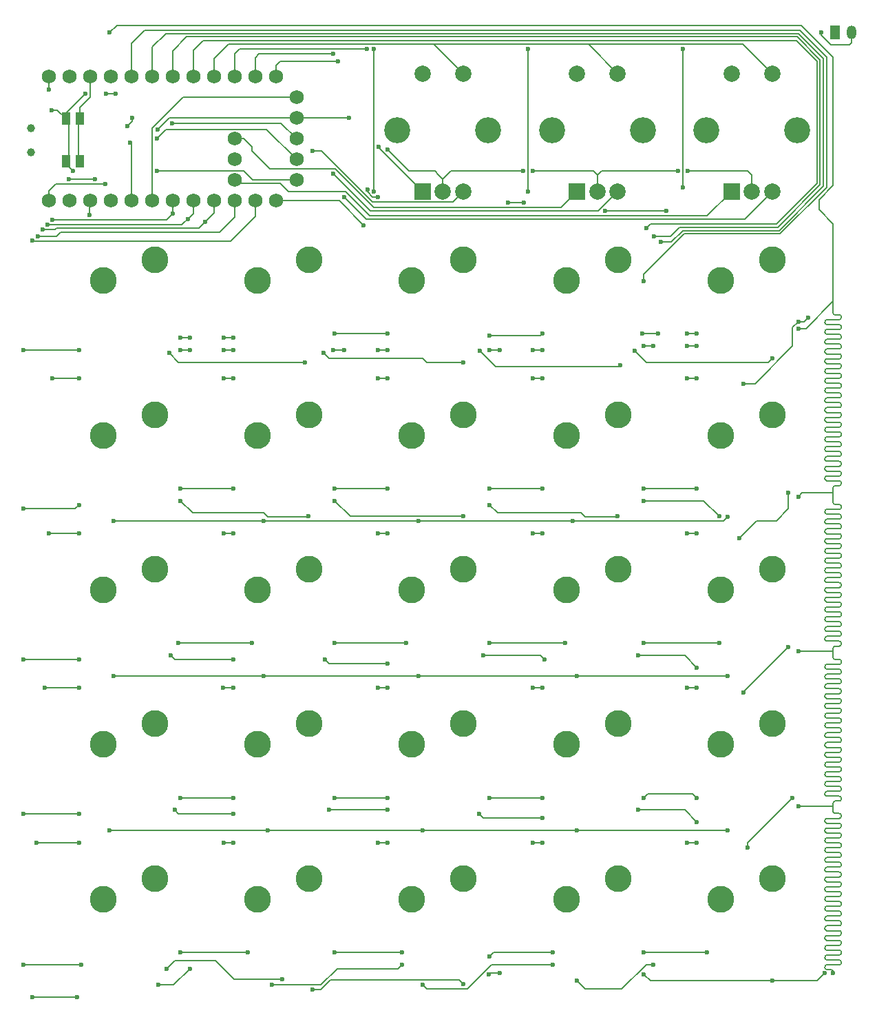
<source format=gtl>
G04 #@! TF.GenerationSoftware,KiCad,Pcbnew,9.0.7*
G04 #@! TF.CreationDate,2026-02-15T13:27:23+05:00*
G04 #@! TF.ProjectId,ModuPad_v2,4d6f6475-5061-4645-9f76-322e6b696361,rev?*
G04 #@! TF.SameCoordinates,Original*
G04 #@! TF.FileFunction,Copper,L1,Top*
G04 #@! TF.FilePolarity,Positive*
%FSLAX46Y46*%
G04 Gerber Fmt 4.6, Leading zero omitted, Abs format (unit mm)*
G04 Created by KiCad (PCBNEW 9.0.7) date 2026-02-15 13:27:23*
%MOMM*%
%LPD*%
G01*
G04 APERTURE LIST*
G04 #@! TA.AperFunction,SMDPad,CuDef*
%ADD10R,1.000000X1.550000*%
G04 #@! TD*
G04 #@! TA.AperFunction,ComponentPad*
%ADD11R,2.000000X2.000000*%
G04 #@! TD*
G04 #@! TA.AperFunction,ComponentPad*
%ADD12C,2.000000*%
G04 #@! TD*
G04 #@! TA.AperFunction,ComponentPad*
%ADD13C,3.200000*%
G04 #@! TD*
G04 #@! TA.AperFunction,ComponentPad*
%ADD14C,1.752600*%
G04 #@! TD*
G04 #@! TA.AperFunction,WasherPad*
%ADD15C,1.000000*%
G04 #@! TD*
G04 #@! TA.AperFunction,ComponentPad*
%ADD16R,1.200000X1.700000*%
G04 #@! TD*
G04 #@! TA.AperFunction,ComponentPad*
%ADD17O,1.200000X1.700000*%
G04 #@! TD*
G04 #@! TA.AperFunction,ComponentPad*
%ADD18C,3.300000*%
G04 #@! TD*
G04 #@! TA.AperFunction,ViaPad*
%ADD19C,0.600000*%
G04 #@! TD*
G04 #@! TA.AperFunction,Conductor*
%ADD20C,0.200000*%
G04 #@! TD*
G04 APERTURE END LIST*
D10*
X56150000Y-67325000D03*
X56150000Y-62075000D03*
X57850000Y-67325000D03*
X57850000Y-62075000D03*
D11*
X119000000Y-71000000D03*
D12*
X124000000Y-71000000D03*
X121500000Y-71000000D03*
D13*
X115900000Y-63500000D03*
X127100000Y-63500000D03*
D12*
X124000000Y-56500000D03*
X119000000Y-56500000D03*
D14*
X54030000Y-72160000D03*
X56570000Y-72160000D03*
X59110000Y-72160000D03*
X61650000Y-72160000D03*
X64190000Y-72160000D03*
X66730000Y-72160000D03*
X69270000Y-72160000D03*
X71810000Y-72160000D03*
X74350000Y-72160000D03*
X76890000Y-72160000D03*
X79430000Y-72160000D03*
X81970000Y-72160000D03*
X81970000Y-56920000D03*
X79430000Y-56920000D03*
X76890000Y-56920000D03*
X74350000Y-56920000D03*
X71810000Y-56920000D03*
X69270000Y-56920000D03*
X66730000Y-56920000D03*
X64190000Y-56920000D03*
X61650000Y-56920000D03*
X59110000Y-56920000D03*
X56570000Y-56920000D03*
X54030000Y-56920000D03*
X76890000Y-69620000D03*
X76890000Y-67080000D03*
X76890000Y-64540000D03*
X84500000Y-69620000D03*
X84500000Y-67080000D03*
X84500000Y-64540000D03*
X84500000Y-62000000D03*
X84500000Y-59460000D03*
D15*
X51800000Y-66200000D03*
X51800000Y-63200000D03*
D11*
X100000000Y-71000000D03*
D12*
X105000000Y-71000000D03*
X102500000Y-71000000D03*
D13*
X96900000Y-63500000D03*
X108100000Y-63500000D03*
D12*
X105000000Y-56500000D03*
X100000000Y-56500000D03*
D16*
X150750000Y-51500000D03*
D17*
X152750000Y-51500000D03*
D11*
X138000000Y-71000000D03*
D12*
X143000000Y-71000000D03*
X140500000Y-71000000D03*
D13*
X134900000Y-63500000D03*
X146100000Y-63500000D03*
D12*
X143000000Y-56500000D03*
X138000000Y-56500000D03*
D18*
X98690000Y-100960000D03*
X105040000Y-98420000D03*
X98690000Y-157960000D03*
X105040000Y-155420000D03*
X136690000Y-81960000D03*
X143040000Y-79420000D03*
X136690000Y-138960000D03*
X143040000Y-136420000D03*
X79690000Y-100960000D03*
X86040000Y-98420000D03*
X136690000Y-157960000D03*
X143040000Y-155420000D03*
X117690000Y-100960000D03*
X124040000Y-98420000D03*
X79690000Y-119960000D03*
X86040000Y-117420000D03*
X136690000Y-119960000D03*
X143040000Y-117420000D03*
X79690000Y-138960000D03*
X86040000Y-136420000D03*
X117690000Y-81960000D03*
X124040000Y-79420000D03*
X60690000Y-81960000D03*
X67040000Y-79420000D03*
X79690000Y-157960000D03*
X86040000Y-155420000D03*
X60690000Y-157960000D03*
X67040000Y-155420000D03*
X117690000Y-119960000D03*
X124040000Y-117420000D03*
X60690000Y-138960000D03*
X67040000Y-136420000D03*
X98690000Y-81960000D03*
X105040000Y-79420000D03*
X117690000Y-157960000D03*
X124040000Y-155420000D03*
X136690000Y-100960000D03*
X143040000Y-98420000D03*
X98690000Y-138960000D03*
X105040000Y-136420000D03*
X98690000Y-119960000D03*
X105040000Y-117420000D03*
X60690000Y-100960000D03*
X67040000Y-98420000D03*
X79690000Y-81960000D03*
X86040000Y-79420000D03*
X60690000Y-119960000D03*
X67040000Y-117420000D03*
X117690000Y-138960000D03*
X124040000Y-136420000D03*
D19*
X81000000Y-149500000D03*
X67424265Y-63424265D03*
X54400000Y-61000000D03*
X95740000Y-90500000D03*
X128406000Y-166000000D03*
X76740000Y-90500000D03*
X149000000Y-51500000D03*
X112400000Y-68500000D03*
X58000000Y-166000000D03*
X50900000Y-110000000D03*
X71406000Y-90500000D03*
X90925735Y-62000000D03*
X57000000Y-68500000D03*
X108206000Y-90500000D03*
X50900000Y-128500000D03*
X113540000Y-90500000D03*
X95674265Y-65825735D03*
X57740000Y-147500000D03*
X81500000Y-168500000D03*
X61050000Y-59000000D03*
X50900000Y-147500000D03*
X113600000Y-68500000D03*
X137500000Y-111000000D03*
X61500000Y-149500000D03*
X119000000Y-149500000D03*
X80500000Y-111500000D03*
X57740000Y-128500000D03*
X119000000Y-168000000D03*
X94500000Y-90500000D03*
X99500000Y-111500000D03*
X90406000Y-90500000D03*
X137500000Y-149500000D03*
X132540000Y-90000000D03*
X59000000Y-73900000D03*
X99500000Y-130500000D03*
X67500000Y-168500000D03*
X118500000Y-111500000D03*
X133740000Y-90000000D03*
X127206000Y-90000000D03*
X71406000Y-166500000D03*
X109500000Y-90500000D03*
X100000000Y-149500000D03*
X62000000Y-130500000D03*
X50900000Y-90500000D03*
X62000000Y-111500000D03*
X57740000Y-109500000D03*
X62250000Y-59000000D03*
X70206000Y-90500000D03*
X132600000Y-68500000D03*
X131400000Y-68500000D03*
X116000000Y-166000000D03*
X128406000Y-90000000D03*
X119000000Y-130500000D03*
X114740000Y-90500000D03*
X50900000Y-166000000D03*
X75540000Y-90500000D03*
X80500000Y-130500000D03*
X137500000Y-130500000D03*
X100000000Y-168500000D03*
X58500000Y-59000000D03*
X89000000Y-90500000D03*
X57740000Y-90500000D03*
X97500000Y-166000000D03*
X69155345Y-62600000D03*
X127206000Y-109000000D03*
X68825735Y-90825735D03*
X105000000Y-92000000D03*
X127174265Y-167174265D03*
X107000000Y-147500000D03*
X76740000Y-147500000D03*
X146206000Y-108500000D03*
X114740000Y-148000000D03*
X133740000Y-129500000D03*
X70206000Y-109000000D03*
X146206000Y-87848527D03*
X143000000Y-168000000D03*
X133740000Y-148500000D03*
X86000000Y-110900000D03*
X143000000Y-91500000D03*
X61500000Y-51500000D03*
X146206000Y-146500000D03*
X69500000Y-147000000D03*
X136500000Y-110900000D03*
X86500000Y-169100000D03*
X126075735Y-90575735D03*
X95740000Y-129000000D03*
X85500000Y-92000000D03*
X82737246Y-167820862D03*
X108206000Y-109500000D03*
X88500000Y-147000000D03*
X76740000Y-128500000D03*
X95740000Y-147000000D03*
X87825735Y-90825735D03*
X149500000Y-167000000D03*
X126500000Y-147000000D03*
X124000000Y-110900000D03*
X150500000Y-167000000D03*
X88000000Y-128500000D03*
X146206000Y-127500000D03*
X68500000Y-166500000D03*
X124325735Y-92325735D03*
X107500000Y-128000000D03*
X107075735Y-90575735D03*
X126500000Y-128000000D03*
X108124265Y-167224265D03*
X109500000Y-167000000D03*
X69000000Y-128000000D03*
X89206000Y-109000000D03*
X105000000Y-110900000D03*
X115000000Y-128500000D03*
X105000000Y-168400000D03*
X59710000Y-69500000D03*
X67330000Y-68500000D03*
X56500000Y-69500000D03*
X64000000Y-65000000D03*
X67330000Y-64500000D03*
X57740000Y-94000000D03*
X94000000Y-53500000D03*
X114740000Y-94000000D03*
X132540000Y-94000000D03*
X113540000Y-94000000D03*
X94540000Y-94000000D03*
X94000000Y-71000000D03*
X69270000Y-73730000D03*
X75540000Y-94000000D03*
X54500000Y-94000000D03*
X76740000Y-94000000D03*
X133740000Y-94000000D03*
X95740000Y-94000000D03*
X54500000Y-74500000D03*
X113000000Y-71000000D03*
X133740000Y-113000000D03*
X114740000Y-113000000D03*
X113000000Y-53500000D03*
X95740000Y-113000000D03*
X94540000Y-113000000D03*
X57740000Y-113000000D03*
X53900000Y-75065687D03*
X132540000Y-113000000D03*
X76740000Y-113000000D03*
X75540000Y-113000000D03*
X71125000Y-74375000D03*
X54000000Y-113000000D03*
X113540000Y-113000000D03*
X132500000Y-132000000D03*
X94500000Y-132000000D03*
X76740000Y-132000000D03*
X73250000Y-74750000D03*
X57740000Y-132000000D03*
X133740000Y-132000000D03*
X132000000Y-70500000D03*
X132000000Y-53500000D03*
X114740000Y-132000000D03*
X95740000Y-132000000D03*
X113540000Y-132000000D03*
X75500000Y-132000000D03*
X53500000Y-132000000D03*
X53300000Y-75654142D03*
X52500000Y-151000000D03*
X113540000Y-151000000D03*
X75540000Y-151000000D03*
X132540000Y-151000000D03*
X57740000Y-151000000D03*
X52700000Y-76500000D03*
X76740000Y-151000000D03*
X94500000Y-151000000D03*
X133740000Y-151000000D03*
X114740000Y-151000000D03*
X95740000Y-151000000D03*
X52000000Y-77000000D03*
X52000000Y-170000000D03*
X57500000Y-170000000D03*
X94600000Y-65500000D03*
X93199997Y-53500000D03*
X86500000Y-66000000D03*
X89000000Y-68857300D03*
X89000000Y-54100000D03*
X90325735Y-71674265D03*
X89600000Y-55000000D03*
X63658287Y-63006814D03*
X64299265Y-61950735D03*
X127000000Y-88500000D03*
X129000000Y-88500000D03*
X132540000Y-88500000D03*
X133740000Y-88500000D03*
X139500000Y-94600000D03*
X145000000Y-127000000D03*
X147406000Y-86500000D03*
X140000000Y-151600000D03*
X145500000Y-145500000D03*
X146206000Y-87000000D03*
X145000000Y-108000000D03*
X139500000Y-132600000D03*
X139000000Y-113600000D03*
X133740000Y-107500000D03*
X127206000Y-107500000D03*
X127206000Y-126500000D03*
X136500000Y-126500000D03*
X133740000Y-145500000D03*
X127206000Y-145500000D03*
X127206000Y-164500000D03*
X135000000Y-164500000D03*
X108206000Y-88750001D03*
X114740000Y-88500000D03*
X108206000Y-107500000D03*
X114740000Y-107500000D03*
X117500000Y-126500000D03*
X108206000Y-126500000D03*
X114740000Y-145500000D03*
X108206000Y-145500000D03*
X108206000Y-165000000D03*
X116000000Y-164500000D03*
X89206000Y-88500000D03*
X95740000Y-88500000D03*
X95740000Y-107500000D03*
X89206000Y-107500000D03*
X98000000Y-126500000D03*
X89206000Y-126500000D03*
X95740000Y-145500000D03*
X89206000Y-145500000D03*
X89206000Y-164500000D03*
X97500000Y-164500000D03*
X75540000Y-89000000D03*
X70206000Y-89000000D03*
X76740000Y-89000000D03*
X71406000Y-89000000D03*
X70206000Y-107500000D03*
X76740000Y-107500000D03*
X70000000Y-126500000D03*
X79000000Y-126500000D03*
X76740000Y-145500000D03*
X70206000Y-145500000D03*
X70206000Y-164500000D03*
X78500000Y-164500000D03*
X93207815Y-70792185D03*
X94500000Y-71701000D03*
X112448528Y-72400000D03*
X110500000Y-72400000D03*
X122448527Y-73400000D03*
X61000000Y-70100000D03*
X129948528Y-73400000D03*
X128500000Y-76500000D03*
X127206000Y-82000000D03*
X127500000Y-75533000D03*
X129340396Y-77188925D03*
X92771494Y-75132000D03*
X54000000Y-58500000D03*
D20*
X57240000Y-110000000D02*
X50900000Y-110000000D01*
X152500000Y-53000000D02*
X152750000Y-52750000D01*
X59000000Y-72270000D02*
X59110000Y-72160000D01*
X152750000Y-52750000D02*
X152750000Y-51500000D01*
X54400000Y-61000000D02*
X55075000Y-61000000D01*
X120000000Y-169000000D02*
X119000000Y-168000000D01*
X122000000Y-68500000D02*
X121500000Y-69000000D01*
X97500000Y-166000000D02*
X97000000Y-166500000D01*
X56500000Y-66975000D02*
X56500000Y-62425000D01*
X128406000Y-166000000D02*
X127500000Y-166000000D01*
X80500000Y-130500000D02*
X62000000Y-130500000D01*
X137000000Y-111500000D02*
X137500000Y-111000000D01*
X124500000Y-169000000D02*
X120000000Y-169000000D01*
X103500000Y-68500000D02*
X102500000Y-69500000D01*
X69406000Y-168500000D02*
X67500000Y-168500000D01*
X56150000Y-67650000D02*
X57000000Y-68500000D01*
X118500000Y-111500000D02*
X137000000Y-111500000D01*
X109500000Y-90500000D02*
X108206000Y-90500000D01*
X133740000Y-90000000D02*
X132540000Y-90000000D01*
X108000000Y-166500000D02*
X105500000Y-169000000D01*
X149000000Y-51500000D02*
X149000000Y-51802000D01*
X87500000Y-168500000D02*
X81500000Y-168500000D01*
X57740000Y-128500000D02*
X50900000Y-128500000D01*
X119000000Y-149500000D02*
X137500000Y-149500000D01*
X99500000Y-111500000D02*
X118500000Y-111500000D01*
X100500000Y-169000000D02*
X100000000Y-168500000D01*
X121500000Y-69000000D02*
X121000000Y-68500000D01*
X95740000Y-90500000D02*
X94500000Y-90500000D01*
X105500000Y-169000000D02*
X100500000Y-169000000D01*
X140000000Y-68500000D02*
X132600000Y-68500000D01*
X71406000Y-166500000D02*
X69406000Y-168500000D01*
X56150000Y-67325000D02*
X56150000Y-67650000D01*
X101500000Y-68500000D02*
X100000000Y-68500000D01*
X131400000Y-68500000D02*
X122000000Y-68500000D01*
X100000000Y-149500000D02*
X119000000Y-149500000D01*
X80500000Y-111500000D02*
X99500000Y-111500000D01*
X84500000Y-62000000D02*
X68848530Y-62000000D01*
X56150000Y-61350000D02*
X58500000Y-59000000D01*
X150198000Y-53000000D02*
X152500000Y-53000000D01*
X121000000Y-68500000D02*
X113600000Y-68500000D01*
X62250000Y-59000000D02*
X61050000Y-59000000D01*
X102000000Y-69000000D02*
X101500000Y-68500000D01*
X99500000Y-130500000D02*
X80500000Y-130500000D01*
X100000000Y-68500000D02*
X98348530Y-68500000D01*
X137500000Y-130500000D02*
X119000000Y-130500000D01*
X149000000Y-51802000D02*
X150198000Y-53000000D01*
X57740000Y-147500000D02*
X50900000Y-147500000D01*
X121500000Y-69000000D02*
X121500000Y-71000000D01*
X56150000Y-67325000D02*
X56500000Y-66975000D01*
X140500000Y-71000000D02*
X140500000Y-69000000D01*
X56500000Y-62425000D02*
X56150000Y-62075000D01*
X81000000Y-149500000D02*
X100000000Y-149500000D01*
X102500000Y-69500000D02*
X102000000Y-69000000D01*
X71406000Y-90500000D02*
X70206000Y-90500000D01*
X114740000Y-90500000D02*
X113540000Y-90500000D01*
X58000000Y-166000000D02*
X50900000Y-166000000D01*
X112400000Y-68500000D02*
X103500000Y-68500000D01*
X56150000Y-62075000D02*
X56150000Y-61350000D01*
X55075000Y-61000000D02*
X56150000Y-62075000D01*
X89500000Y-166500000D02*
X87500000Y-168500000D01*
X127500000Y-166000000D02*
X124500000Y-169000000D01*
X61500000Y-149500000D02*
X81000000Y-149500000D01*
X57740000Y-109500000D02*
X57240000Y-110000000D01*
X57740000Y-90500000D02*
X50900000Y-90500000D01*
X98348530Y-68500000D02*
X95674265Y-65825735D01*
X97000000Y-166500000D02*
X89500000Y-166500000D01*
X90925735Y-62000000D02*
X84500000Y-62000000D01*
X90406000Y-90500000D02*
X89000000Y-90500000D01*
X68848530Y-62000000D02*
X67424265Y-63424265D01*
X119000000Y-130500000D02*
X99500000Y-130500000D01*
X108500000Y-166000000D02*
X108000000Y-166500000D01*
X76740000Y-90500000D02*
X75540000Y-90500000D01*
X62000000Y-111500000D02*
X80500000Y-111500000D01*
X140500000Y-69000000D02*
X140000000Y-68500000D01*
X59000000Y-73900000D02*
X59000000Y-72270000D01*
X102500000Y-69500000D02*
X102500000Y-71000000D01*
X116000000Y-166000000D02*
X108500000Y-166000000D01*
X128406000Y-90000000D02*
X127206000Y-90000000D01*
X151260000Y-135704374D02*
X150500000Y-135704374D01*
X150500000Y-113660415D02*
X151260000Y-113660415D01*
X151500000Y-157386279D02*
X151500000Y-157266279D01*
X151500000Y-121820415D02*
X151500000Y-121700415D01*
X150500000Y-92158900D02*
X149740000Y-92158900D01*
X149500000Y-87118900D02*
X149500000Y-86998900D01*
X149740000Y-130304374D02*
X150500000Y-130304374D01*
X149500000Y-96718900D02*
X149500000Y-96598900D01*
X151260000Y-104158900D02*
X150500000Y-104158900D01*
X150500000Y-95758900D02*
X149740000Y-95758900D01*
X150500000Y-119660415D02*
X151260000Y-119660415D01*
X150500000Y-124460415D02*
X151260000Y-124460415D01*
X151500000Y-137264374D02*
X151500000Y-137144374D01*
X149500000Y-140264374D02*
X149500000Y-140144374D01*
X150500000Y-125660415D02*
X151260000Y-125660415D01*
X151260000Y-101758900D02*
X150500000Y-101758900D01*
X149500000Y-155586279D02*
X149500000Y-155466279D01*
X151500000Y-132464374D02*
X151500000Y-132344374D01*
X148500000Y-168000000D02*
X149500000Y-167000000D01*
X151500000Y-100918900D02*
X151500000Y-100798900D01*
X149500000Y-102718900D02*
X149500000Y-102598900D01*
X151260000Y-141704374D02*
X150500000Y-141704374D01*
X150500000Y-127583763D02*
X150500000Y-127500000D01*
X150500000Y-70268400D02*
X150500000Y-54500000D01*
X150500000Y-112460415D02*
X151260000Y-112460415D01*
X149500000Y-161586279D02*
X149500000Y-161466279D01*
X149740000Y-105958900D02*
X150500000Y-105958900D01*
X132240000Y-147000000D02*
X126500000Y-147000000D01*
X71706000Y-110500000D02*
X80000000Y-110500000D01*
X150500000Y-126260415D02*
X149740000Y-126260415D01*
X151500000Y-150186279D02*
X151500000Y-150066279D01*
X149500000Y-118820415D02*
X149500000Y-118700415D01*
X150500000Y-137504374D02*
X151260000Y-137504374D01*
X150500000Y-90958900D02*
X149740000Y-90958900D01*
X150500000Y-93358900D02*
X149740000Y-93358900D01*
X150500000Y-109220415D02*
X150500000Y-109100415D01*
X151500000Y-93718900D02*
X151500000Y-93598900D01*
X151260000Y-126260415D02*
X150740000Y-126260415D01*
X149740000Y-111260415D02*
X150500000Y-111260415D01*
X150500000Y-99358900D02*
X149740000Y-99358900D01*
X149500000Y-141464374D02*
X149500000Y-141344374D01*
X151500000Y-88918900D02*
X151500000Y-88798900D01*
X149500000Y-143864374D02*
X149500000Y-143744374D01*
X149740000Y-136304374D02*
X150500000Y-136304374D01*
X150500000Y-132104374D02*
X149740000Y-132104374D01*
X151260000Y-159426279D02*
X150500000Y-159426279D01*
X150500000Y-129104374D02*
X150740000Y-129104374D01*
X150500000Y-117860415D02*
X149740000Y-117860415D01*
X150500000Y-102958900D02*
X149740000Y-102958900D01*
X151500000Y-153786279D02*
X151500000Y-153666279D01*
X148750000Y-73250000D02*
X148750000Y-72018400D01*
X150500000Y-151026279D02*
X149740000Y-151026279D01*
X150500000Y-160026279D02*
X151260000Y-160026279D01*
X151500000Y-99718900D02*
X151500000Y-99598900D01*
X62399000Y-50601000D02*
X61500000Y-51500000D01*
X149740000Y-137504374D02*
X150500000Y-137504374D01*
X151260000Y-87358900D02*
X150500000Y-87358900D01*
X150500000Y-115460415D02*
X149740000Y-115460415D01*
X149500000Y-99118900D02*
X149500000Y-98998900D01*
X133740000Y-148500000D02*
X132240000Y-147000000D01*
X151500000Y-160986279D02*
X151500000Y-160866279D01*
X150500000Y-85471892D02*
X150500000Y-84500000D01*
X149740000Y-117260415D02*
X150500000Y-117260415D01*
X149500000Y-123620415D02*
X149500000Y-123500415D01*
X146206000Y-108500000D02*
X146706000Y-108000000D01*
X151260000Y-94558900D02*
X150500000Y-94558900D01*
X149500000Y-100318900D02*
X149500000Y-100198900D01*
X148750000Y-72018400D02*
X150500000Y-70268400D01*
X149500000Y-159186279D02*
X149500000Y-159066279D01*
X149740000Y-156426279D02*
X150500000Y-156426279D01*
X150500000Y-163626279D02*
X151260000Y-163626279D01*
X151500000Y-111020415D02*
X151500000Y-110900415D01*
X150500000Y-106558900D02*
X149740000Y-106558900D01*
X150500000Y-87958900D02*
X151260000Y-87958900D01*
X149740000Y-123260415D02*
X150500000Y-123260415D01*
X150500000Y-160626279D02*
X149740000Y-160626279D01*
X149740000Y-87958900D02*
X150500000Y-87958900D01*
X150500000Y-146732229D02*
X150500000Y-146500000D01*
X150740000Y-126860415D02*
X151260000Y-126860415D01*
X149500000Y-88318900D02*
X149500000Y-88198900D01*
X151500000Y-113420415D02*
X151500000Y-113300415D01*
X149740000Y-162426279D02*
X150500000Y-162426279D01*
X149740000Y-148026279D02*
X150500000Y-148026279D01*
X149740000Y-164826279D02*
X150500000Y-164826279D01*
X150500000Y-89158900D02*
X151260000Y-89158900D01*
X151260000Y-96958900D02*
X150500000Y-96958900D01*
X146206000Y-127500000D02*
X150500000Y-127500000D01*
X151260000Y-102958900D02*
X150500000Y-102958900D01*
X116500000Y-110500000D02*
X119500000Y-110500000D01*
X151500000Y-115820415D02*
X151500000Y-115700415D01*
X150500000Y-148026279D02*
X150740000Y-148026279D01*
X132240000Y-128000000D02*
X126500000Y-128000000D01*
X151500000Y-123020415D02*
X151500000Y-122900415D01*
X151500000Y-112220415D02*
X151500000Y-112100415D01*
X149500000Y-129464374D02*
X149500000Y-129344374D01*
X151260000Y-90958900D02*
X150500000Y-90958900D01*
X151500000Y-104518900D02*
X151500000Y-104398900D01*
X128000000Y-168000000D02*
X127174265Y-167174265D01*
X150500000Y-95158900D02*
X151260000Y-95158900D01*
X149740000Y-96358900D02*
X150500000Y-96358900D01*
X151500000Y-105718900D02*
X151500000Y-105598900D01*
X149500000Y-139064374D02*
X149500000Y-138944374D01*
X150500000Y-122660415D02*
X149740000Y-122660415D01*
X127500000Y-92000000D02*
X142500000Y-92000000D01*
X149500000Y-120020415D02*
X149500000Y-119900415D01*
X150500000Y-151626279D02*
X151260000Y-151626279D01*
X151500000Y-145664374D02*
X151500000Y-145544374D01*
X151500000Y-103318900D02*
X151500000Y-103198900D01*
X87825735Y-90825735D02*
X88500000Y-91500000D01*
X151500000Y-118220415D02*
X151500000Y-118100415D01*
X151500000Y-143264374D02*
X151500000Y-143144374D01*
X149500000Y-154386279D02*
X149500000Y-154266279D01*
X76740000Y-147500000D02*
X70000000Y-147500000D01*
X150500000Y-155826279D02*
X149740000Y-155826279D01*
X150500000Y-145304374D02*
X149740000Y-145304374D01*
X151500000Y-154986279D02*
X151500000Y-154866279D01*
X151500000Y-148986279D02*
X151500000Y-148866279D01*
X150500000Y-104758900D02*
X151260000Y-104758900D01*
X151260000Y-144104374D02*
X150500000Y-144104374D01*
X150500000Y-128144374D02*
X150500000Y-127583763D01*
X114500000Y-128000000D02*
X107500000Y-128000000D01*
X150500000Y-133304374D02*
X149740000Y-133304374D01*
X150500000Y-114860415D02*
X151260000Y-114860415D01*
X150500000Y-134504374D02*
X149740000Y-134504374D01*
X151500000Y-124220415D02*
X151500000Y-124100415D01*
X149740000Y-154026279D02*
X150500000Y-154026279D01*
X151260000Y-113060415D02*
X150500000Y-113060415D01*
X150500000Y-162426279D02*
X151260000Y-162426279D01*
X80500000Y-110500000D02*
X81000000Y-111000000D01*
X151500000Y-109820415D02*
X151500000Y-109700415D01*
X150500000Y-97558900D02*
X151260000Y-97558900D01*
X150500000Y-146500000D02*
X150500000Y-146144374D01*
X150500000Y-84500000D02*
X150500000Y-75000000D01*
X89206000Y-109000000D02*
X91105000Y-110899000D01*
X150500000Y-98758900D02*
X151260000Y-98758900D01*
X149740000Y-160026279D02*
X150500000Y-160026279D01*
X149500000Y-103918900D02*
X149500000Y-103798900D01*
X120500000Y-111000000D02*
X123900000Y-111000000D01*
X114740000Y-148000000D02*
X107500000Y-148000000D01*
X150500000Y-154026279D02*
X151260000Y-154026279D01*
X149500000Y-137864374D02*
X149500000Y-137744374D01*
X149500000Y-157986279D02*
X149500000Y-157866279D01*
X150500000Y-143504374D02*
X151260000Y-143504374D01*
X150500000Y-131504374D02*
X151260000Y-131504374D01*
X151500000Y-114620415D02*
X151500000Y-114500415D01*
X151260000Y-86158900D02*
X150740000Y-86158900D01*
X151260000Y-160626279D02*
X150500000Y-160626279D01*
X100500000Y-92000000D02*
X105000000Y-92000000D01*
X149500000Y-165186279D02*
X149500000Y-165066279D01*
X149740000Y-133904374D02*
X150500000Y-133904374D01*
X149500000Y-136664374D02*
X149500000Y-136544374D01*
X82737246Y-167820862D02*
X76820862Y-167820862D01*
X149740000Y-141104374D02*
X150500000Y-141104374D01*
X151500000Y-97318900D02*
X151500000Y-97198900D01*
X150740000Y-148026279D02*
X151260000Y-148026279D01*
X149740000Y-149226279D02*
X150500000Y-149226279D01*
X95740000Y-129000000D02*
X88500000Y-129000000D01*
X151260000Y-145304374D02*
X150740000Y-145304374D01*
X151260000Y-155826279D02*
X150500000Y-155826279D01*
X69500000Y-128500000D02*
X69000000Y-128000000D01*
X88500000Y-91500000D02*
X100000000Y-91500000D01*
X149500000Y-156786279D02*
X149500000Y-156666279D01*
X143000000Y-168000000D02*
X148500000Y-168000000D01*
X150500000Y-93958900D02*
X151260000Y-93958900D01*
X104499000Y-167899000D02*
X88668100Y-167899000D01*
X150500000Y-133904374D02*
X151260000Y-133904374D01*
X150500000Y-165426279D02*
X149740000Y-165426279D01*
X150500000Y-111260415D02*
X151260000Y-111260415D01*
X149740000Y-152826279D02*
X150500000Y-152826279D01*
X105000000Y-168400000D02*
X104499000Y-167899000D01*
X151260000Y-95758900D02*
X150500000Y-95758900D01*
X82560000Y-62600000D02*
X69155345Y-62600000D01*
X70206000Y-109000000D02*
X71706000Y-110500000D01*
X149500000Y-163986279D02*
X149500000Y-163866279D01*
X150500000Y-154626279D02*
X149740000Y-154626279D01*
X150500000Y-105358900D02*
X149740000Y-105358900D01*
X70000000Y-147500000D02*
X69500000Y-147000000D01*
X151260000Y-147426279D02*
X150740000Y-147426279D01*
X151260000Y-140504374D02*
X150500000Y-140504374D01*
X149500000Y-116420415D02*
X149500000Y-116300415D01*
X151500000Y-165786279D02*
X151500000Y-165666279D01*
X150500000Y-111860415D02*
X149740000Y-111860415D01*
X150260000Y-166626279D02*
X149740000Y-166626279D01*
X149740000Y-144704374D02*
X150500000Y-144704374D01*
X149500000Y-126020415D02*
X149500000Y-125900415D01*
X150500000Y-164226279D02*
X149740000Y-164226279D01*
X151260000Y-99358900D02*
X150500000Y-99358900D01*
X151260000Y-148626279D02*
X150500000Y-148626279D01*
X151260000Y-132104374D02*
X150500000Y-132104374D01*
X151500000Y-90118900D02*
X151500000Y-89998900D01*
X88668100Y-167899000D02*
X87467100Y-169100000D01*
X150500000Y-125060415D02*
X149740000Y-125060415D01*
X149740000Y-98758900D02*
X150500000Y-98758900D01*
X151500000Y-152586279D02*
X151500000Y-152466279D01*
X150500000Y-155226279D02*
X151260000Y-155226279D01*
X149500000Y-131864374D02*
X149500000Y-131744374D01*
X149740000Y-142304374D02*
X150500000Y-142304374D01*
X149740000Y-161226279D02*
X150500000Y-161226279D01*
X151500000Y-144464374D02*
X151500000Y-144344374D01*
X149500000Y-89518900D02*
X149500000Y-89398900D01*
X149500000Y-134264374D02*
X149500000Y-134144374D01*
X149500000Y-148386279D02*
X149500000Y-148266279D01*
X150500000Y-116660415D02*
X149740000Y-116660415D01*
X149740000Y-116060415D02*
X150500000Y-116060415D01*
X151500000Y-140864374D02*
X151500000Y-140744374D01*
X151260000Y-128504374D02*
X150740000Y-128504374D01*
X151260000Y-114260415D02*
X150500000Y-114260415D01*
X151500000Y-106918900D02*
X151500000Y-106798900D01*
X151260000Y-152226279D02*
X150500000Y-152226279D01*
X151500000Y-92518900D02*
X151500000Y-92398900D01*
X149500000Y-117620415D02*
X149500000Y-117500415D01*
X151500000Y-134864374D02*
X151500000Y-134744374D01*
X151260000Y-158226279D02*
X150500000Y-158226279D01*
X151260000Y-163026279D02*
X150500000Y-163026279D01*
X149740000Y-86758900D02*
X150500000Y-86758900D01*
X81000000Y-111000000D02*
X85900000Y-111000000D01*
X150500000Y-75000000D02*
X148750000Y-73250000D01*
X150500000Y-139904374D02*
X151260000Y-139904374D01*
X150500000Y-99958900D02*
X151260000Y-99958900D01*
X151260000Y-161826279D02*
X150500000Y-161826279D01*
X150500000Y-90358900D02*
X151260000Y-90358900D01*
X150500000Y-159426279D02*
X149740000Y-159426279D01*
X151500000Y-159786279D02*
X151500000Y-159666279D01*
X149500000Y-145064374D02*
X149500000Y-144944374D01*
X151500000Y-96118900D02*
X151500000Y-95998900D01*
X149500000Y-105118900D02*
X149500000Y-104998900D01*
X149740000Y-101158900D02*
X150500000Y-101158900D01*
X149500000Y-150786279D02*
X149500000Y-150666279D01*
X150500000Y-152826279D02*
X151260000Y-152826279D01*
X149740000Y-166026279D02*
X150260000Y-166026279D01*
X85900000Y-111000000D02*
X86000000Y-110900000D01*
X80000000Y-110500000D02*
X80500000Y-110500000D01*
X109500000Y-167000000D02*
X108348530Y-167000000D01*
X151260000Y-154626279D02*
X150500000Y-154626279D01*
X149740000Y-157626279D02*
X150500000Y-157626279D01*
X127206000Y-109000000D02*
X134600000Y-109000000D01*
X124151470Y-92500000D02*
X124325735Y-92325735D01*
X146206000Y-87848527D02*
X147151473Y-87848527D01*
X150500000Y-54500000D02*
X146601000Y-50601000D01*
X150500000Y-139304374D02*
X149740000Y-139304374D01*
X150500000Y-158226279D02*
X149740000Y-158226279D01*
X150500000Y-140504374D02*
X149740000Y-140504374D01*
X149740000Y-132704374D02*
X150500000Y-132704374D01*
X150500000Y-86758900D02*
X150740000Y-86758900D01*
X149740000Y-110060415D02*
X150500000Y-110060415D01*
X151260000Y-111860415D02*
X150500000Y-111860415D01*
X151500000Y-98518900D02*
X151500000Y-98398900D01*
X150500000Y-138104374D02*
X149740000Y-138104374D01*
X150500000Y-136304374D02*
X151260000Y-136304374D01*
X149740000Y-143504374D02*
X150500000Y-143504374D01*
X150500000Y-91558900D02*
X151260000Y-91558900D01*
X151260000Y-130904374D02*
X150500000Y-130904374D01*
X149500000Y-90718900D02*
X149500000Y-90598900D01*
X150500000Y-121460415D02*
X149740000Y-121460415D01*
X120000000Y-92500000D02*
X124151470Y-92500000D01*
X151260000Y-100558900D02*
X150500000Y-100558900D01*
X150500000Y-109100415D02*
X150500000Y-108419675D01*
X149500000Y-130664374D02*
X149500000Y-130544374D01*
X149500000Y-101518900D02*
X149500000Y-101398900D01*
X149500000Y-94318900D02*
X149500000Y-94198900D01*
X109000000Y-92500000D02*
X120000000Y-92500000D01*
X108348530Y-167000000D02*
X108124265Y-167224265D01*
X150500000Y-98158900D02*
X149740000Y-98158900D01*
X150500000Y-105958900D02*
X151260000Y-105958900D01*
X151260000Y-89758900D02*
X150500000Y-89758900D01*
X149500000Y-122420415D02*
X149500000Y-122300415D01*
X150500000Y-108000000D02*
X150500000Y-107398900D01*
X151500000Y-147786279D02*
X151500000Y-147666279D01*
X149500000Y-115220415D02*
X149500000Y-115100415D01*
X149740000Y-129104374D02*
X150500000Y-129104374D01*
X150500000Y-110660415D02*
X149740000Y-110660415D01*
X150500000Y-113060415D02*
X149740000Y-113060415D01*
X151260000Y-129704374D02*
X150500000Y-129704374D01*
X150500000Y-144704374D02*
X151260000Y-144704374D01*
X151500000Y-126620415D02*
X151500000Y-126500415D01*
X150500000Y-88558900D02*
X149740000Y-88558900D01*
X150500000Y-120260415D02*
X149740000Y-120260415D01*
X151500000Y-156186279D02*
X151500000Y-156066279D01*
X151260000Y-165426279D02*
X150500000Y-165426279D01*
X150500000Y-118460415D02*
X151260000Y-118460415D01*
X150500000Y-96958900D02*
X149740000Y-96958900D01*
X150740000Y-126260415D02*
X150500000Y-126260415D01*
X68825735Y-90825735D02*
X70000000Y-92000000D01*
X150500000Y-136904374D02*
X149740000Y-136904374D01*
X151500000Y-125420415D02*
X151500000Y-125300415D01*
X99500000Y-110899000D02*
X104999000Y-110899000D01*
X149500000Y-153186279D02*
X149500000Y-153066279D01*
X150500000Y-94558900D02*
X149740000Y-94558900D01*
X150500000Y-141104374D02*
X151260000Y-141104374D01*
X150500000Y-148626279D02*
X149740000Y-148626279D01*
X151260000Y-92158900D02*
X150500000Y-92158900D01*
X151500000Y-164586279D02*
X151500000Y-164466279D01*
X150500000Y-150426279D02*
X151260000Y-150426279D01*
X149500000Y-112820415D02*
X149500000Y-112700415D01*
X107500000Y-148000000D02*
X107000000Y-147500000D01*
X151500000Y-94918900D02*
X151500000Y-94798900D01*
X108206000Y-109500000D02*
X109206000Y-110500000D01*
X150260000Y-166026279D02*
X150500000Y-166026279D01*
X151260000Y-117860415D02*
X150500000Y-117860415D01*
X149740000Y-91558900D02*
X150500000Y-91558900D01*
X151260000Y-93358900D02*
X150500000Y-93358900D01*
X150740000Y-110060415D02*
X151260000Y-110060415D01*
X87467100Y-169100000D02*
X86500000Y-169100000D01*
X150500000Y-114260415D02*
X149740000Y-114260415D01*
X151500000Y-120620415D02*
X151500000Y-120500415D01*
X151500000Y-119420415D02*
X151500000Y-119300415D01*
X151500000Y-158586279D02*
X151500000Y-158466279D01*
X115000000Y-128500000D02*
X114500000Y-128000000D01*
X150500000Y-127500000D02*
X150500000Y-127100415D01*
X150500000Y-142904374D02*
X149740000Y-142904374D01*
X149740000Y-131504374D02*
X150500000Y-131504374D01*
X149500000Y-151986279D02*
X149500000Y-151866279D01*
X149740000Y-104758900D02*
X150500000Y-104758900D01*
X151500000Y-128864374D02*
X151500000Y-128744374D01*
X150500000Y-158826279D02*
X151260000Y-158826279D01*
X149500000Y-142664374D02*
X149500000Y-142544374D01*
X149740000Y-118460415D02*
X150500000Y-118460415D01*
X150500000Y-167000000D02*
X150500000Y-166866279D01*
X150500000Y-108419675D02*
X150500000Y-108000000D01*
X151260000Y-106558900D02*
X150740000Y-106558900D01*
X149500000Y-106318900D02*
X149500000Y-106198900D01*
X151260000Y-119060415D02*
X150500000Y-119060415D01*
X151500000Y-151386279D02*
X151500000Y-151266279D01*
X149740000Y-122060415D02*
X150500000Y-122060415D01*
X149500000Y-160386279D02*
X149500000Y-160266279D01*
X151260000Y-151026279D02*
X150500000Y-151026279D01*
X147151473Y-87848527D02*
X150500000Y-84500000D01*
X150500000Y-130904374D02*
X149740000Y-130904374D01*
X150500000Y-149826279D02*
X149740000Y-149826279D01*
X126075735Y-90575735D02*
X127500000Y-92000000D01*
X149500000Y-114020415D02*
X149500000Y-113900415D01*
X84500000Y-64540000D02*
X82560000Y-62600000D01*
X149740000Y-163626279D02*
X150500000Y-163626279D01*
X150500000Y-116060415D02*
X151260000Y-116060415D01*
X149740000Y-97558900D02*
X150500000Y-97558900D01*
X149740000Y-93958900D02*
X150500000Y-93958900D01*
X149740000Y-112460415D02*
X150500000Y-112460415D01*
X150500000Y-101758900D02*
X149740000Y-101758900D01*
X151260000Y-138104374D02*
X150500000Y-138104374D01*
X150500000Y-100558900D02*
X149740000Y-100558900D01*
X149740000Y-95158900D02*
X150500000Y-95158900D01*
X149500000Y-124820415D02*
X149500000Y-124700415D01*
X150740000Y-145304374D02*
X150500000Y-145304374D01*
X150500000Y-163026279D02*
X149740000Y-163026279D01*
X149740000Y-120860415D02*
X150500000Y-120860415D01*
X151260000Y-164226279D02*
X150500000Y-164226279D01*
X151260000Y-98158900D02*
X150500000Y-98158900D01*
X150500000Y-147186279D02*
X150500000Y-147066279D01*
X151260000Y-88558900D02*
X150500000Y-88558900D01*
X150740000Y-145904374D02*
X151260000Y-145904374D01*
X150500000Y-119060415D02*
X149740000Y-119060415D01*
X149500000Y-135464374D02*
X149500000Y-135344374D01*
X88500000Y-129000000D02*
X88000000Y-128500000D01*
X123900000Y-111000000D02*
X124000000Y-110900000D01*
X149740000Y-113660415D02*
X150500000Y-113660415D01*
X149500000Y-91918900D02*
X149500000Y-91798900D01*
X151260000Y-123860415D02*
X150500000Y-123860415D01*
X150500000Y-166026279D02*
X151260000Y-166026279D01*
X149740000Y-102358900D02*
X150500000Y-102358900D01*
X149500000Y-162786279D02*
X149500000Y-162666279D01*
X151260000Y-122660415D02*
X150500000Y-122660415D01*
X150740000Y-86758900D02*
X151260000Y-86758900D01*
X150500000Y-129704374D02*
X149740000Y-129704374D01*
X120000000Y-111000000D02*
X120500000Y-111000000D01*
X151500000Y-133664374D02*
X151500000Y-133544374D01*
X150500000Y-85918900D02*
X150500000Y-85798900D01*
X133740000Y-129500000D02*
X132240000Y-128000000D01*
X150500000Y-122060415D02*
X151260000Y-122060415D01*
X151260000Y-149826279D02*
X150500000Y-149826279D01*
X150500000Y-128264374D02*
X150500000Y-128144374D01*
X150500000Y-103558900D02*
X151260000Y-103558900D01*
X149500000Y-111620415D02*
X149500000Y-111500415D01*
X151260000Y-109460415D02*
X150740000Y-109460415D01*
X150500000Y-102358900D02*
X151260000Y-102358900D01*
X149740000Y-90358900D02*
X150500000Y-90358900D01*
X150500000Y-149226279D02*
X151260000Y-149226279D01*
X151260000Y-136904374D02*
X150500000Y-136904374D01*
X149740000Y-155226279D02*
X150500000Y-155226279D01*
X151500000Y-142064374D02*
X151500000Y-141944374D01*
X150500000Y-123260415D02*
X151260000Y-123260415D01*
X150500000Y-144104374D02*
X149740000Y-144104374D01*
X107075735Y-90575735D02*
X109000000Y-92500000D01*
X95740000Y-147000000D02*
X88500000Y-147000000D01*
X150740000Y-129104374D02*
X151260000Y-129104374D01*
X149740000Y-119660415D02*
X150500000Y-119660415D01*
X149740000Y-89158900D02*
X150500000Y-89158900D01*
X150500000Y-157026279D02*
X149740000Y-157026279D01*
X149740000Y-150426279D02*
X150500000Y-150426279D01*
X151500000Y-87718900D02*
X151500000Y-87598900D01*
X151260000Y-115460415D02*
X150500000Y-115460415D01*
X151260000Y-157026279D02*
X150500000Y-157026279D01*
X150500000Y-101158900D02*
X151260000Y-101158900D01*
X149500000Y-93118900D02*
X149500000Y-92998900D01*
X149740000Y-138704374D02*
X150500000Y-138704374D01*
X149500000Y-166386279D02*
X149500000Y-166266279D01*
X76740000Y-128500000D02*
X69500000Y-128500000D01*
X150500000Y-141704374D02*
X149740000Y-141704374D01*
X151500000Y-117020415D02*
X151500000Y-116900415D01*
X70000000Y-92000000D02*
X85500000Y-92000000D01*
X149500000Y-110420415D02*
X149500000Y-110300415D01*
X69500000Y-165500000D02*
X68500000Y-166500000D01*
X143000000Y-168000000D02*
X128000000Y-168000000D01*
X150500000Y-152226279D02*
X149740000Y-152226279D01*
X149740000Y-125660415D02*
X150500000Y-125660415D01*
X151500000Y-162186279D02*
X151500000Y-162066279D01*
X151500000Y-86518900D02*
X151500000Y-86398900D01*
X150500000Y-147066279D02*
X150500000Y-146732229D01*
X150500000Y-157626279D02*
X151260000Y-157626279D01*
X76820862Y-167820862D02*
X74500000Y-165500000D01*
X151260000Y-142904374D02*
X150500000Y-142904374D01*
X146206000Y-146500000D02*
X150500000Y-146500000D01*
X149740000Y-124460415D02*
X150500000Y-124460415D01*
X151500000Y-102118900D02*
X151500000Y-101998900D01*
X149740000Y-99958900D02*
X150500000Y-99958900D01*
X142500000Y-92000000D02*
X143000000Y-91500000D01*
X149740000Y-103558900D02*
X150500000Y-103558900D01*
X150500000Y-161826279D02*
X149740000Y-161826279D01*
X151260000Y-120260415D02*
X150500000Y-120260415D01*
X150500000Y-130304374D02*
X151260000Y-130304374D01*
X151260000Y-110660415D02*
X150500000Y-110660415D01*
X150500000Y-123860415D02*
X149740000Y-123860415D01*
X134600000Y-109000000D02*
X136500000Y-110900000D01*
X151260000Y-133304374D02*
X150500000Y-133304374D01*
X119500000Y-110500000D02*
X120000000Y-111000000D01*
X146706000Y-108000000D02*
X150500000Y-108000000D01*
X150500000Y-120860415D02*
X151260000Y-120860415D01*
X150500000Y-161226279D02*
X151260000Y-161226279D01*
X149500000Y-97918900D02*
X149500000Y-97798900D01*
X149500000Y-133064374D02*
X149500000Y-132944374D01*
X150500000Y-89758900D02*
X149740000Y-89758900D01*
X150500000Y-96358900D02*
X151260000Y-96358900D01*
X149500000Y-121220415D02*
X149500000Y-121100415D01*
X91105000Y-110899000D02*
X99500000Y-110899000D01*
X149740000Y-92758900D02*
X150500000Y-92758900D01*
X151260000Y-139304374D02*
X150500000Y-139304374D01*
X149500000Y-149586279D02*
X149500000Y-149466279D01*
X149740000Y-135104374D02*
X150500000Y-135104374D01*
X151500000Y-138464374D02*
X151500000Y-138344374D01*
X150500000Y-153426279D02*
X149740000Y-153426279D01*
X151260000Y-153426279D02*
X150500000Y-153426279D01*
X150500000Y-104158900D02*
X149740000Y-104158900D01*
X150500000Y-142304374D02*
X151260000Y-142304374D01*
X109206000Y-110500000D02*
X116500000Y-110500000D01*
X151500000Y-136064374D02*
X151500000Y-135944374D01*
X151500000Y-139664374D02*
X151500000Y-139544374D01*
X149500000Y-95518900D02*
X149500000Y-95398900D01*
X150500000Y-135104374D02*
X151260000Y-135104374D01*
X151260000Y-125060415D02*
X150500000Y-125060415D01*
X150500000Y-135704374D02*
X149740000Y-135704374D01*
X104999000Y-110899000D02*
X105000000Y-110900000D01*
X151500000Y-163386279D02*
X151500000Y-163266279D01*
X146601000Y-50601000D02*
X62399000Y-50601000D01*
X100000000Y-91500000D02*
X100500000Y-92000000D01*
X151500000Y-131264374D02*
X151500000Y-131144374D01*
X149740000Y-114860415D02*
X150500000Y-114860415D01*
X150500000Y-164826279D02*
X151260000Y-164826279D01*
X151260000Y-105358900D02*
X150500000Y-105358900D01*
X74500000Y-165500000D02*
X69500000Y-165500000D01*
X150500000Y-132704374D02*
X151260000Y-132704374D01*
X149740000Y-151626279D02*
X150500000Y-151626279D01*
X151500000Y-130064374D02*
X151500000Y-129944374D01*
X150500000Y-92758900D02*
X151260000Y-92758900D01*
X150500000Y-138704374D02*
X151260000Y-138704374D01*
X151260000Y-134504374D02*
X150500000Y-134504374D01*
X150500000Y-156426279D02*
X151260000Y-156426279D01*
X150500000Y-110060415D02*
X150740000Y-110060415D01*
X151260000Y-121460415D02*
X150500000Y-121460415D01*
X151260000Y-116660415D02*
X150500000Y-116660415D01*
X149740000Y-139904374D02*
X150500000Y-139904374D01*
X150500000Y-87358900D02*
X149740000Y-87358900D01*
X150500000Y-85798900D02*
X150500000Y-85471892D01*
X151500000Y-91318900D02*
X151500000Y-91198900D01*
X149740000Y-158826279D02*
X150500000Y-158826279D01*
X150740000Y-107158900D02*
X151260000Y-107158900D01*
X150500000Y-117260415D02*
X151260000Y-117260415D01*
X150740000Y-106558900D02*
X150500000Y-106558900D01*
X151500000Y-98398900D02*
G75*
G03*
X151260000Y-98158900I-240000J0D01*
G01*
X151260000Y-137504374D02*
G75*
G03*
X151499974Y-137264374I0J239974D01*
G01*
X149500000Y-140144374D02*
G75*
G02*
X149740000Y-139904400I240000J-26D01*
G01*
X149740000Y-104158900D02*
G75*
G02*
X149500000Y-103918900I0J240000D01*
G01*
X149500000Y-96598900D02*
G75*
G02*
X149740000Y-96358900I240000J0D01*
G01*
X151500000Y-94798900D02*
G75*
G03*
X151260000Y-94558900I-240000J0D01*
G01*
X151260000Y-111260415D02*
G75*
G03*
X151500015Y-111020415I0J240015D01*
G01*
X151260000Y-90358900D02*
G75*
G03*
X151500000Y-90118900I0J240000D01*
G01*
X151260000Y-161226279D02*
G75*
G03*
X151499979Y-160986279I0J239979D01*
G01*
X151500000Y-140744374D02*
G75*
G03*
X151260000Y-140504400I-240000J-26D01*
G01*
X151500000Y-126500415D02*
G75*
G03*
X151260000Y-126260400I-240000J15D01*
G01*
X149740000Y-114260415D02*
G75*
G02*
X149499985Y-114020415I0J240015D01*
G01*
X149500000Y-100198900D02*
G75*
G02*
X149740000Y-99958900I240000J0D01*
G01*
X151500000Y-86398900D02*
G75*
G03*
X151260000Y-86158900I-240000J0D01*
G01*
X149500000Y-103798900D02*
G75*
G02*
X149740000Y-103558900I240000J0D01*
G01*
X149500000Y-112700415D02*
G75*
G02*
X149740000Y-112460400I240000J15D01*
G01*
X151500000Y-152466279D02*
G75*
G03*
X151260000Y-152226300I-240000J-21D01*
G01*
X149740000Y-164226279D02*
G75*
G02*
X149500021Y-163986279I0J239979D01*
G01*
X149740000Y-90958900D02*
G75*
G02*
X149500000Y-90718900I0J240000D01*
G01*
X149740000Y-159426279D02*
G75*
G02*
X149500021Y-159186279I0J239979D01*
G01*
X151500000Y-148866279D02*
G75*
G03*
X151260000Y-148626300I-240000J-21D01*
G01*
X151500000Y-160866279D02*
G75*
G03*
X151260000Y-160626300I-240000J-21D01*
G01*
X149500000Y-104998900D02*
G75*
G02*
X149740000Y-104758900I240000J0D01*
G01*
X149740000Y-93358900D02*
G75*
G02*
X149500000Y-93118900I0J240000D01*
G01*
X151260000Y-112460415D02*
G75*
G03*
X151500015Y-112220415I0J240015D01*
G01*
X151500000Y-124100415D02*
G75*
G03*
X151260000Y-123860400I-240000J15D01*
G01*
X149500000Y-151866279D02*
G75*
G02*
X149740000Y-151626300I240000J-21D01*
G01*
X151260000Y-104758900D02*
G75*
G03*
X151500000Y-104518900I0J240000D01*
G01*
X151260000Y-143504374D02*
G75*
G03*
X151499974Y-143264374I0J239974D01*
G01*
X151260000Y-158826279D02*
G75*
G03*
X151499979Y-158586279I0J239979D01*
G01*
X149740000Y-120260415D02*
G75*
G02*
X149499985Y-120020415I0J240015D01*
G01*
X150740000Y-86158900D02*
G75*
G02*
X150500000Y-85918900I0J240000D01*
G01*
X151260000Y-120860415D02*
G75*
G03*
X151500015Y-120620415I0J240015D01*
G01*
X149740000Y-145304374D02*
G75*
G02*
X149500026Y-145064374I0J239974D01*
G01*
X151500000Y-88798900D02*
G75*
G03*
X151260000Y-88558900I-240000J0D01*
G01*
X149740000Y-161826279D02*
G75*
G02*
X149500021Y-161586279I0J239979D01*
G01*
X151260000Y-151626279D02*
G75*
G03*
X151499979Y-151386279I0J239979D01*
G01*
X151260000Y-89158900D02*
G75*
G03*
X151500000Y-88918900I0J240000D01*
G01*
X151500000Y-137144374D02*
G75*
G03*
X151260000Y-136904400I-240000J-26D01*
G01*
X151500000Y-89998900D02*
G75*
G03*
X151260000Y-89758900I-240000J0D01*
G01*
X151260000Y-162426279D02*
G75*
G03*
X151499979Y-162186279I0J239979D01*
G01*
X149740000Y-115460415D02*
G75*
G02*
X149499985Y-115220415I0J240015D01*
G01*
X149740000Y-99358900D02*
G75*
G02*
X149500000Y-99118900I0J240000D01*
G01*
X149740000Y-166626279D02*
G75*
G02*
X149500021Y-166386279I0J239979D01*
G01*
X151500000Y-99598900D02*
G75*
G03*
X151260000Y-99358900I-240000J0D01*
G01*
X151260000Y-160026279D02*
G75*
G03*
X151499979Y-159786279I0J239979D01*
G01*
X151260000Y-131504374D02*
G75*
G03*
X151499974Y-131264374I0J239974D01*
G01*
X149500000Y-163866279D02*
G75*
G02*
X149740000Y-163626300I240000J-21D01*
G01*
X149740000Y-105358900D02*
G75*
G02*
X149500000Y-105118900I0J240000D01*
G01*
X151500000Y-113300415D02*
G75*
G03*
X151260000Y-113060400I-240000J15D01*
G01*
X151260000Y-139904374D02*
G75*
G03*
X151499974Y-139664374I0J239974D01*
G01*
X149740000Y-148626279D02*
G75*
G02*
X149500021Y-148386279I0J239979D01*
G01*
X151500000Y-129944374D02*
G75*
G03*
X151260000Y-129704400I-240000J-26D01*
G01*
X149740000Y-135704374D02*
G75*
G02*
X149500026Y-135464374I0J239974D01*
G01*
X149500000Y-161466279D02*
G75*
G02*
X149740000Y-161226300I240000J-21D01*
G01*
X149500000Y-132944374D02*
G75*
G02*
X149740000Y-132704400I240000J-26D01*
G01*
X151260000Y-124460415D02*
G75*
G03*
X151500015Y-124220415I0J240015D01*
G01*
X149500000Y-137744374D02*
G75*
G02*
X149740000Y-137504400I240000J-26D01*
G01*
X151260000Y-166026279D02*
G75*
G03*
X151499979Y-165786279I0J239979D01*
G01*
X150500000Y-107398900D02*
G75*
G02*
X150740000Y-107158900I240000J0D01*
G01*
X151500000Y-154866279D02*
G75*
G03*
X151260000Y-154626300I-240000J-21D01*
G01*
X151500000Y-141944374D02*
G75*
G03*
X151260000Y-141704400I-240000J-26D01*
G01*
X151500000Y-163266279D02*
G75*
G03*
X151260000Y-163026300I-240000J-21D01*
G01*
X151500000Y-105598900D02*
G75*
G03*
X151260000Y-105358900I-240000J0D01*
G01*
X151500000Y-116900415D02*
G75*
G03*
X151260000Y-116660400I-240000J15D01*
G01*
X149740000Y-122660415D02*
G75*
G02*
X149499985Y-122420415I0J240015D01*
G01*
X149500000Y-117500415D02*
G75*
G02*
X149740000Y-117260400I240000J15D01*
G01*
X151260000Y-86758900D02*
G75*
G03*
X151500000Y-86518900I0J240000D01*
G01*
X149500000Y-102598900D02*
G75*
G02*
X149740000Y-102358900I240000J0D01*
G01*
X151260000Y-155226279D02*
G75*
G03*
X151499979Y-154986279I0J239979D01*
G01*
X151500000Y-95998900D02*
G75*
G03*
X151260000Y-95758900I-240000J0D01*
G01*
X149740000Y-95758900D02*
G75*
G02*
X149500000Y-95518900I0J240000D01*
G01*
X151500000Y-147666279D02*
G75*
G03*
X151260000Y-147426300I-240000J-21D01*
G01*
X151500000Y-87598900D02*
G75*
G03*
X151260000Y-87358900I-240000J0D01*
G01*
X151260000Y-123260415D02*
G75*
G03*
X151500015Y-123020415I0J240015D01*
G01*
X151500000Y-153666279D02*
G75*
G03*
X151260000Y-153426300I-240000J-21D01*
G01*
X151500000Y-112100415D02*
G75*
G03*
X151260000Y-111860400I-240000J15D01*
G01*
X149500000Y-125900415D02*
G75*
G02*
X149740000Y-125660400I240000J15D01*
G01*
X151260000Y-122060415D02*
G75*
G03*
X151500015Y-121820415I0J240015D01*
G01*
X149500000Y-166266279D02*
G75*
G02*
X149740000Y-166026300I240000J-21D01*
G01*
X151260000Y-110060415D02*
G75*
G03*
X151500015Y-109820415I0J240015D01*
G01*
X149740000Y-110660415D02*
G75*
G02*
X149499985Y-110420415I0J240015D01*
G01*
X151260000Y-156426279D02*
G75*
G03*
X151499979Y-156186279I0J239979D01*
G01*
X151260000Y-102358900D02*
G75*
G03*
X151500000Y-102118900I0J240000D01*
G01*
X151500000Y-164466279D02*
G75*
G03*
X151260000Y-164226300I-240000J-21D01*
G01*
X151260000Y-141104374D02*
G75*
G03*
X151499974Y-140864374I0J239974D01*
G01*
X151500000Y-109700415D02*
G75*
G03*
X151260000Y-109460400I-240000J15D01*
G01*
X149500000Y-131744374D02*
G75*
G02*
X149740000Y-131504400I240000J-26D01*
G01*
X151500000Y-115700415D02*
G75*
G03*
X151260000Y-115460400I-240000J15D01*
G01*
X151260000Y-87958900D02*
G75*
G03*
X151500000Y-87718900I0J240000D01*
G01*
X149500000Y-153066279D02*
G75*
G02*
X149740000Y-152826300I240000J-21D01*
G01*
X149740000Y-132104374D02*
G75*
G02*
X149500026Y-131864374I0J239974D01*
G01*
X149500000Y-136544374D02*
G75*
G02*
X149740000Y-136304400I240000J-26D01*
G01*
X151500000Y-103198900D02*
G75*
G03*
X151260000Y-102958900I-240000J0D01*
G01*
X149500000Y-92998900D02*
G75*
G02*
X149740000Y-92758900I240000J0D01*
G01*
X151500000Y-150066279D02*
G75*
G03*
X151260000Y-149826300I-240000J-21D01*
G01*
X151500000Y-97198900D02*
G75*
G03*
X151260000Y-96958900I-240000J0D01*
G01*
X149500000Y-156666279D02*
G75*
G02*
X149740000Y-156426300I240000J-21D01*
G01*
X149740000Y-113060415D02*
G75*
G02*
X149499985Y-112820415I0J240015D01*
G01*
X151260000Y-95158900D02*
G75*
G03*
X151500000Y-94918900I0J240000D01*
G01*
X149740000Y-142904374D02*
G75*
G02*
X149500026Y-142664374I0J239974D01*
G01*
X151260000Y-133904374D02*
G75*
G03*
X151499974Y-133664374I0J239974D01*
G01*
X149500000Y-135344374D02*
G75*
G02*
X149740000Y-135104400I240000J-26D01*
G01*
X149740000Y-138104374D02*
G75*
G02*
X149500026Y-137864374I0J239974D01*
G01*
X151260000Y-97558900D02*
G75*
G03*
X151500000Y-97318900I0J240000D01*
G01*
X151260000Y-145904374D02*
G75*
G03*
X151499974Y-145664374I0J239974D01*
G01*
X151500000Y-135944374D02*
G75*
G03*
X151260000Y-135704400I-240000J-26D01*
G01*
X151500000Y-139544374D02*
G75*
G03*
X151260000Y-139304400I-240000J-26D01*
G01*
X149500000Y-101398900D02*
G75*
G02*
X149740000Y-101158900I240000J0D01*
G01*
X150740000Y-147426279D02*
G75*
G02*
X150500021Y-147186279I0J239979D01*
G01*
X151500000Y-162066279D02*
G75*
G03*
X151260000Y-161826300I-240000J-21D01*
G01*
X149500000Y-111500415D02*
G75*
G02*
X149740000Y-111260400I240000J15D01*
G01*
X151500000Y-104398900D02*
G75*
G03*
X151260000Y-104158900I-240000J0D01*
G01*
X151260000Y-130304374D02*
G75*
G03*
X151499974Y-130064374I0J239974D01*
G01*
X151500000Y-156066279D02*
G75*
G03*
X151260000Y-155826300I-240000J-21D01*
G01*
X149740000Y-101758900D02*
G75*
G02*
X149500000Y-101518900I0J240000D01*
G01*
X151260000Y-118460415D02*
G75*
G03*
X151500015Y-118220415I0J240015D01*
G01*
X149740000Y-140504374D02*
G75*
G02*
X149500026Y-140264374I0J239974D01*
G01*
X151260000Y-135104374D02*
G75*
G03*
X151499974Y-134864374I0J239974D01*
G01*
X151500000Y-133544374D02*
G75*
G03*
X151260000Y-133304400I-240000J-26D01*
G01*
X151500000Y-121700415D02*
G75*
G03*
X151260000Y-121460400I-240000J15D01*
G01*
X149500000Y-119900415D02*
G75*
G02*
X149740000Y-119660400I240000J15D01*
G01*
X149500000Y-86998900D02*
G75*
G02*
X149740000Y-86758900I240000J0D01*
G01*
X151500000Y-143144374D02*
G75*
G03*
X151260000Y-142904400I-240000J-26D01*
G01*
X151260000Y-107158900D02*
G75*
G03*
X151500000Y-106918900I0J240000D01*
G01*
X151260000Y-98758900D02*
G75*
G03*
X151500000Y-98518900I0J240000D01*
G01*
X151260000Y-149226279D02*
G75*
G03*
X151499979Y-148986279I0J239979D01*
G01*
X151500000Y-119300415D02*
G75*
G03*
X151260000Y-119060400I-240000J15D01*
G01*
X151500000Y-128744374D02*
G75*
G03*
X151260000Y-128504400I-240000J-26D01*
G01*
X151500000Y-144344374D02*
G75*
G03*
X151260000Y-144104400I-240000J-26D01*
G01*
X151260000Y-126860415D02*
G75*
G03*
X151500015Y-126620415I0J240015D01*
G01*
X151500000Y-145544374D02*
G75*
G03*
X151260000Y-145304400I-240000J-26D01*
G01*
X149500000Y-162666279D02*
G75*
G02*
X149740000Y-162426300I240000J-21D01*
G01*
X151500000Y-151266279D02*
G75*
G03*
X151260000Y-151026300I-240000J-21D01*
G01*
X149740000Y-157026279D02*
G75*
G02*
X149500021Y-156786279I0J239979D01*
G01*
X149500000Y-94198900D02*
G75*
G02*
X149740000Y-93958900I240000J0D01*
G01*
X149500000Y-118700415D02*
G75*
G02*
X149740000Y-118460400I240000J15D01*
G01*
X149740000Y-102958900D02*
G75*
G02*
X149500000Y-102718900I0J240000D01*
G01*
X151260000Y-136304374D02*
G75*
G03*
X151499974Y-136064374I0J239974D01*
G01*
X151500000Y-101998900D02*
G75*
G03*
X151260000Y-101758900I-240000J0D01*
G01*
X151260000Y-125660415D02*
G75*
G03*
X151500015Y-125420415I0J240015D01*
G01*
X151260000Y-114860415D02*
G75*
G03*
X151500015Y-114620415I0J240015D01*
G01*
X151500000Y-165666279D02*
G75*
G03*
X151260000Y-165426300I-240000J-21D01*
G01*
X149500000Y-124700415D02*
G75*
G02*
X149740000Y-124460400I240000J15D01*
G01*
X149500000Y-122300415D02*
G75*
G02*
X149740000Y-122060400I240000J15D01*
G01*
X151260000Y-103558900D02*
G75*
G03*
X151500000Y-103318900I0J240000D01*
G01*
X149500000Y-90598900D02*
G75*
G02*
X149740000Y-90358900I240000J0D01*
G01*
X151260000Y-138704374D02*
G75*
G03*
X151499974Y-138464374I0J239974D01*
G01*
X149500000Y-95398900D02*
G75*
G02*
X149740000Y-95158900I240000J0D01*
G01*
X151260000Y-132704374D02*
G75*
G03*
X151499974Y-132464374I0J239974D01*
G01*
X149500000Y-165066279D02*
G75*
G02*
X149740000Y-164826300I240000J-21D01*
G01*
X151260000Y-117260415D02*
G75*
G03*
X151500015Y-117020415I0J240015D01*
G01*
X149740000Y-133304374D02*
G75*
G02*
X149500026Y-133064374I0J239974D01*
G01*
X149740000Y-116660415D02*
G75*
G02*
X149499985Y-116420415I0J240015D01*
G01*
X149500000Y-141344374D02*
G75*
G02*
X149740000Y-141104400I240000J-26D01*
G01*
X149500000Y-155466279D02*
G75*
G02*
X149740000Y-155226300I240000J-21D01*
G01*
X149740000Y-130904374D02*
G75*
G02*
X149500026Y-130664374I0J239974D01*
G01*
X149740000Y-89758900D02*
G75*
G02*
X149500000Y-89518900I0J240000D01*
G01*
X149740000Y-117860415D02*
G75*
G02*
X149499985Y-117620415I0J240015D01*
G01*
X151500000Y-106798900D02*
G75*
G03*
X151260000Y-106558900I-240000J0D01*
G01*
X151500000Y-125300415D02*
G75*
G03*
X151260000Y-125060400I-240000J15D01*
G01*
X149740000Y-149826279D02*
G75*
G02*
X149500021Y-149586279I0J239979D01*
G01*
X149740000Y-158226279D02*
G75*
G02*
X149500021Y-157986279I0J239979D01*
G01*
X151260000Y-93958900D02*
G75*
G03*
X151500000Y-93718900I0J240000D01*
G01*
X149500000Y-121100415D02*
G75*
G02*
X149740000Y-120860400I240000J15D01*
G01*
X149500000Y-110300415D02*
G75*
G02*
X149740000Y-110060400I240000J15D01*
G01*
X149740000Y-155826279D02*
G75*
G02*
X149500021Y-155586279I0J239979D01*
G01*
X149500000Y-157866279D02*
G75*
G02*
X149740000Y-157626300I240000J-21D01*
G01*
X150500000Y-127100415D02*
G75*
G02*
X150740000Y-126860400I240000J15D01*
G01*
X149740000Y-98158900D02*
G75*
G02*
X149500000Y-97918900I0J240000D01*
G01*
X149740000Y-126260415D02*
G75*
G02*
X149499985Y-126020415I0J240015D01*
G01*
X149740000Y-160626279D02*
G75*
G02*
X149500021Y-160386279I0J239979D01*
G01*
X150740000Y-109460415D02*
G75*
G02*
X150499985Y-109220415I0J240015D01*
G01*
X151500000Y-92398900D02*
G75*
G03*
X151260000Y-92158900I-240000J0D01*
G01*
X150500000Y-146144374D02*
G75*
G02*
X150740000Y-145904400I240000J-26D01*
G01*
X149500000Y-129344374D02*
G75*
G02*
X149740000Y-129104400I240000J-26D01*
G01*
X149740000Y-163026279D02*
G75*
G02*
X149500021Y-162786279I0J239979D01*
G01*
X151260000Y-105958900D02*
G75*
G03*
X151500000Y-105718900I0J240000D01*
G01*
X151500000Y-91198900D02*
G75*
G03*
X151260000Y-90958900I-240000J0D01*
G01*
X151500000Y-120500415D02*
G75*
G03*
X151260000Y-120260400I-240000J15D01*
G01*
X151260000Y-150426279D02*
G75*
G03*
X151499979Y-150186279I0J239979D01*
G01*
X149740000Y-154626279D02*
G75*
G02*
X149500021Y-154386279I0J239979D01*
G01*
X151260000Y-96358900D02*
G75*
G03*
X151500000Y-96118900I0J240000D01*
G01*
X151500000Y-100798900D02*
G75*
G03*
X151260000Y-100558900I-240000J0D01*
G01*
X149500000Y-98998900D02*
G75*
G02*
X149740000Y-98758900I240000J0D01*
G01*
X151260000Y-99958900D02*
G75*
G03*
X151500000Y-99718900I0J240000D01*
G01*
X151260000Y-129104374D02*
G75*
G03*
X151499974Y-128864374I0J239974D01*
G01*
X151260000Y-163626279D02*
G75*
G03*
X151499979Y-163386279I0J239979D01*
G01*
X151500000Y-122900415D02*
G75*
G03*
X151260000Y-122660400I-240000J15D01*
G01*
X149500000Y-160266279D02*
G75*
G02*
X149740000Y-160026300I240000J-21D01*
G01*
X149500000Y-148266279D02*
G75*
G02*
X149740000Y-148026300I240000J-21D01*
G01*
X149740000Y-139304374D02*
G75*
G02*
X149500026Y-139064374I0J239974D01*
G01*
X149740000Y-106558900D02*
G75*
G02*
X149500000Y-106318900I0J240000D01*
G01*
X151260000Y-154026279D02*
G75*
G03*
X151499979Y-153786279I0J239979D01*
G01*
X149500000Y-116300415D02*
G75*
G02*
X149740000Y-116060400I240000J15D01*
G01*
X151500000Y-110900415D02*
G75*
G03*
X151260000Y-110660400I-240000J15D01*
G01*
X149740000Y-151026279D02*
G75*
G02*
X149500021Y-150786279I0J239979D01*
G01*
X151260000Y-144704374D02*
G75*
G03*
X151499974Y-144464374I0J239974D01*
G01*
X149740000Y-87358900D02*
G75*
G02*
X149500000Y-87118900I0J240000D01*
G01*
X151260000Y-152826279D02*
G75*
G03*
X151499979Y-152586279I0J239979D01*
G01*
X151500000Y-93598900D02*
G75*
G03*
X151260000Y-93358900I-240000J0D01*
G01*
X151500000Y-158466279D02*
G75*
G03*
X151260000Y-158226300I-240000J-21D01*
G01*
X149500000Y-142544374D02*
G75*
G02*
X149740000Y-142304400I240000J-26D01*
G01*
X151260000Y-148026279D02*
G75*
G03*
X151499979Y-147786279I0J239979D01*
G01*
X151260000Y-164826279D02*
G75*
G03*
X151499979Y-164586279I0J239979D01*
G01*
X151260000Y-142304374D02*
G75*
G03*
X151499974Y-142064374I0J239974D01*
G01*
X149740000Y-125060415D02*
G75*
G02*
X149499985Y-124820415I0J240015D01*
G01*
X149740000Y-144104374D02*
G75*
G02*
X149500026Y-143864374I0J239974D01*
G01*
X151260000Y-101158900D02*
G75*
G03*
X151500000Y-100918900I0J240000D01*
G01*
X149500000Y-149466279D02*
G75*
G02*
X149740000Y-149226300I240000J-21D01*
G01*
X151500000Y-134744374D02*
G75*
G03*
X151260000Y-134504400I-240000J-26D01*
G01*
X149740000Y-92158900D02*
G75*
G02*
X149500000Y-91918900I0J240000D01*
G01*
X149500000Y-150666279D02*
G75*
G02*
X149740000Y-150426300I240000J-21D01*
G01*
X149740000Y-129704374D02*
G75*
G02*
X149500026Y-129464374I0J239974D01*
G01*
X149740000Y-94558900D02*
G75*
G02*
X149500000Y-94318900I0J240000D01*
G01*
X149740000Y-119060415D02*
G75*
G02*
X149499985Y-118820415I0J240015D01*
G01*
X149740000Y-141704374D02*
G75*
G02*
X149500026Y-141464374I0J239974D01*
G01*
X151500000Y-114500415D02*
G75*
G03*
X151260000Y-114260400I-240000J15D01*
G01*
X151500000Y-131144374D02*
G75*
G03*
X151260000Y-130904400I-240000J-26D01*
G01*
X149500000Y-113900415D02*
G75*
G02*
X149740000Y-113660400I240000J15D01*
G01*
X149500000Y-97798900D02*
G75*
G02*
X149740000Y-97558900I240000J0D01*
G01*
X149740000Y-100558900D02*
G75*
G02*
X149500000Y-100318900I0J240000D01*
G01*
X151260000Y-157626279D02*
G75*
G03*
X151499979Y-157386279I0J239979D01*
G01*
X149740000Y-134504374D02*
G75*
G02*
X149500026Y-134264374I0J239974D01*
G01*
X149500000Y-159066279D02*
G75*
G02*
X149740000Y-158826300I240000J-21D01*
G01*
X151260000Y-116060415D02*
G75*
G03*
X151500015Y-115820415I0J240015D01*
G01*
X149500000Y-143744374D02*
G75*
G02*
X149740000Y-143504400I240000J-26D01*
G01*
X151500000Y-159666279D02*
G75*
G03*
X151260000Y-159426300I-240000J-21D01*
G01*
X149740000Y-96958900D02*
G75*
G02*
X149500000Y-96718900I0J240000D01*
G01*
X149500000Y-106198900D02*
G75*
G02*
X149740000Y-105958900I240000J0D01*
G01*
X150500000Y-166866279D02*
G75*
G03*
X150260000Y-166626300I-240000J-21D01*
G01*
X151500000Y-157266279D02*
G75*
G03*
X151260000Y-157026300I-240000J-21D01*
G01*
X151260000Y-92758900D02*
G75*
G03*
X151500000Y-92518900I0J240000D01*
G01*
X149500000Y-144944374D02*
G75*
G02*
X149740000Y-144704400I240000J-26D01*
G01*
X150740000Y-128504374D02*
G75*
G02*
X150500026Y-128264374I0J239974D01*
G01*
X149740000Y-165426279D02*
G75*
G02*
X149500021Y-165186279I0J239979D01*
G01*
X151260000Y-113660415D02*
G75*
G03*
X151500015Y-113420415I0J240015D01*
G01*
X151260000Y-119660415D02*
G75*
G03*
X151500015Y-119420415I0J240015D01*
G01*
X149500000Y-123500415D02*
G75*
G02*
X149740000Y-123260400I240000J15D01*
G01*
X149500000Y-134144374D02*
G75*
G02*
X149740000Y-133904400I240000J-26D01*
G01*
X149740000Y-88558900D02*
G75*
G02*
X149500000Y-88318900I0J240000D01*
G01*
X149740000Y-153426279D02*
G75*
G02*
X149500021Y-153186279I0J239979D01*
G01*
X149740000Y-136904374D02*
G75*
G02*
X149500026Y-136664374I0J239974D01*
G01*
X149740000Y-123860415D02*
G75*
G02*
X149499985Y-123620415I0J240015D01*
G01*
X151500000Y-138344374D02*
G75*
G03*
X151260000Y-138104400I-240000J-26D01*
G01*
X149500000Y-115100415D02*
G75*
G02*
X149740000Y-114860400I240000J15D01*
G01*
X149740000Y-111860415D02*
G75*
G02*
X149499985Y-111620415I0J240015D01*
G01*
X149500000Y-91798900D02*
G75*
G02*
X149740000Y-91558900I240000J0D01*
G01*
X149500000Y-130544374D02*
G75*
G02*
X149740000Y-130304400I240000J-26D01*
G01*
X149740000Y-152226279D02*
G75*
G02*
X149500021Y-151986279I0J239979D01*
G01*
X149500000Y-88198900D02*
G75*
G02*
X149740000Y-87958900I240000J0D01*
G01*
X151500000Y-132344374D02*
G75*
G03*
X151260000Y-132104400I-240000J-26D01*
G01*
X149500000Y-138944374D02*
G75*
G02*
X149740000Y-138704400I240000J-26D01*
G01*
X149740000Y-121460415D02*
G75*
G02*
X149499985Y-121220415I0J240015D01*
G01*
X151500000Y-118100415D02*
G75*
G03*
X151260000Y-117860400I-240000J15D01*
G01*
X151260000Y-91558900D02*
G75*
G03*
X151500000Y-91318900I0J240000D01*
G01*
X149500000Y-154266279D02*
G75*
G02*
X149740000Y-154026300I240000J-21D01*
G01*
X149500000Y-89398900D02*
G75*
G02*
X149740000Y-89158900I240000J0D01*
G01*
X66730000Y-63270000D02*
X70540000Y-59460000D01*
X70540000Y-59460000D02*
X84500000Y-59460000D01*
X66730000Y-72160000D02*
X66730000Y-63270000D01*
X79120000Y-69620000D02*
X78000000Y-68500000D01*
X84500000Y-69620000D02*
X79120000Y-69620000D01*
X78000000Y-68500000D02*
X77942700Y-68442700D01*
X59710000Y-69500000D02*
X56500000Y-69500000D01*
X77942700Y-68442700D02*
X67387300Y-68442700D01*
X67387300Y-68442700D02*
X67330000Y-68500000D01*
X64190000Y-65190000D02*
X64190000Y-72160000D01*
X84500000Y-67080000D02*
X80782700Y-63362700D01*
X64000000Y-65000000D02*
X64190000Y-65190000D01*
X68467300Y-63362700D02*
X67330000Y-64500000D01*
X80782700Y-63362700D02*
X68467300Y-63362700D01*
X54500000Y-74500000D02*
X68500000Y-74500000D01*
X94000000Y-53500000D02*
X94000000Y-71000000D01*
X113540000Y-94000000D02*
X114740000Y-94000000D01*
X75540000Y-94000000D02*
X76740000Y-94000000D01*
X68500000Y-74500000D02*
X69270000Y-73730000D01*
X57740000Y-94000000D02*
X54500000Y-94000000D01*
X132540000Y-94000000D02*
X133740000Y-94000000D01*
X94540000Y-94000000D02*
X95740000Y-94000000D01*
X69270000Y-73730000D02*
X69270000Y-72160000D01*
X71369000Y-74131000D02*
X71810000Y-73690000D01*
X53935313Y-75101000D02*
X70399000Y-75101000D01*
X113000000Y-53500000D02*
X113000000Y-71000000D01*
X53900000Y-75065687D02*
X53935313Y-75101000D01*
X76740000Y-113000000D02*
X75540000Y-113000000D01*
X95740000Y-113000000D02*
X94540000Y-113000000D01*
X57740000Y-113000000D02*
X54000000Y-113000000D01*
X71810000Y-73690000D02*
X71810000Y-72160000D01*
X133740000Y-113000000D02*
X132540000Y-113000000D01*
X70399000Y-75101000D02*
X71369000Y-74131000D01*
X114740000Y-113000000D02*
X113540000Y-113000000D01*
X133740000Y-132000000D02*
X132500000Y-132000000D01*
X57740000Y-132000000D02*
X53500000Y-132000000D01*
X74350000Y-73650000D02*
X74350000Y-72160000D01*
X55000000Y-75502000D02*
X72498000Y-75502000D01*
X53312545Y-75666687D02*
X54835313Y-75666687D01*
X73468000Y-74532000D02*
X74350000Y-73650000D01*
X76740000Y-132000000D02*
X75500000Y-132000000D01*
X132000000Y-53500000D02*
X132000000Y-70500000D01*
X53300000Y-75654142D02*
X53312545Y-75666687D01*
X54835313Y-75666687D02*
X55000000Y-75502000D01*
X114740000Y-132000000D02*
X113540000Y-132000000D01*
X95740000Y-132000000D02*
X94500000Y-132000000D01*
X72498000Y-75502000D02*
X73468000Y-74532000D01*
X52700000Y-76500000D02*
X55000000Y-76500000D01*
X76890000Y-74110000D02*
X76890000Y-72160000D01*
X55500000Y-76000000D02*
X75000000Y-76000000D01*
X76740000Y-151000000D02*
X75540000Y-151000000D01*
X133740000Y-151000000D02*
X132540000Y-151000000D01*
X55000000Y-76500000D02*
X55500000Y-76000000D01*
X57740000Y-151000000D02*
X52500000Y-151000000D01*
X75000000Y-76000000D02*
X76890000Y-74110000D01*
X95740000Y-151000000D02*
X94500000Y-151000000D01*
X114740000Y-151000000D02*
X113540000Y-151000000D01*
X76399000Y-77101000D02*
X79430000Y-74070000D01*
X57500000Y-170000000D02*
X52000000Y-170000000D01*
X52000000Y-77000000D02*
X52101000Y-77101000D01*
X79430000Y-74070000D02*
X79430000Y-72160000D01*
X52101000Y-77101000D02*
X76399000Y-77101000D01*
X94600000Y-65600000D02*
X94600000Y-65500000D01*
X93199997Y-53500000D02*
X77500000Y-53500000D01*
X76890000Y-54110000D02*
X76890000Y-56920000D01*
X100000000Y-71000000D02*
X94600000Y-65600000D01*
X77500000Y-53500000D02*
X76890000Y-54110000D01*
X93868100Y-72301000D02*
X87567100Y-66000000D01*
X105000000Y-71000000D02*
X103699000Y-72301000D01*
X103699000Y-72301000D02*
X93868100Y-72301000D01*
X87567100Y-66000000D02*
X86500000Y-66000000D01*
X76101000Y-52899000D02*
X74350000Y-54650000D01*
X139399000Y-52899000D02*
X120399000Y-52899000D01*
X74350000Y-54650000D02*
X74350000Y-56920000D01*
X105000000Y-56500000D02*
X101399000Y-52899000D01*
X143000000Y-56500000D02*
X139399000Y-52899000D01*
X120399000Y-52899000D02*
X101399000Y-52899000D01*
X124000000Y-56500000D02*
X120399000Y-52899000D01*
X101399000Y-52899000D02*
X76101000Y-52899000D01*
X79900000Y-54100000D02*
X79430000Y-54570000D01*
X124000000Y-71000000D02*
X121599000Y-73401000D01*
X89000000Y-54100000D02*
X79900000Y-54100000D01*
X93543700Y-73401000D02*
X89000000Y-68857300D01*
X121599000Y-73401000D02*
X93543700Y-73401000D01*
X79430000Y-54570000D02*
X79430000Y-56920000D01*
X119000000Y-71000000D02*
X117000000Y-73000000D01*
X81257300Y-68257300D02*
X79000000Y-66000000D01*
X89257300Y-68257300D02*
X81257300Y-68257300D01*
X94000000Y-73000000D02*
X89257300Y-68257300D01*
X117000000Y-73000000D02*
X94000000Y-73000000D01*
X78040000Y-64540000D02*
X76890000Y-64540000D01*
X79000000Y-66000000D02*
X79000000Y-65500000D01*
X79000000Y-65500000D02*
X78040000Y-64540000D01*
X93500000Y-74000000D02*
X90500000Y-71000000D01*
X77291000Y-70021000D02*
X76890000Y-69620000D01*
X82521000Y-70021000D02*
X77291000Y-70021000D01*
X138000000Y-71000000D02*
X135000000Y-74000000D01*
X90500000Y-71000000D02*
X83500000Y-71000000D01*
X135000000Y-74000000D02*
X93500000Y-74000000D01*
X83500000Y-71000000D02*
X82521000Y-70021000D01*
X81970000Y-55530000D02*
X81970000Y-56920000D01*
X143000000Y-71000000D02*
X139599000Y-74401000D01*
X139599000Y-74401000D02*
X93052470Y-74401000D01*
X82500000Y-55000000D02*
X81970000Y-55530000D01*
X93052470Y-74401000D02*
X90325735Y-71674265D01*
X89600000Y-55000000D02*
X82500000Y-55000000D01*
X64299265Y-61950735D02*
X64299265Y-62365836D01*
X64299265Y-62365836D02*
X63658287Y-63006814D01*
X133740000Y-88500000D02*
X132540000Y-88500000D01*
X129000000Y-88500000D02*
X127000000Y-88500000D01*
X145000000Y-110000000D02*
X145000000Y-108000000D01*
X143500000Y-111500000D02*
X145000000Y-110000000D01*
X139500000Y-132500000D02*
X145000000Y-127000000D01*
X145500000Y-87706000D02*
X146206000Y-87000000D01*
X145500000Y-90000000D02*
X145500000Y-87706000D01*
X140000000Y-151600000D02*
X140000000Y-151000000D01*
X139000000Y-113600000D02*
X141100000Y-111500000D01*
X146906000Y-87000000D02*
X147406000Y-86500000D01*
X139500000Y-94600000D02*
X140900000Y-94600000D01*
X139500000Y-132600000D02*
X139500000Y-132500000D01*
X140900000Y-94600000D02*
X145500000Y-90000000D01*
X146206000Y-87000000D02*
X146906000Y-87000000D01*
X141100000Y-111500000D02*
X143500000Y-111500000D01*
X140000000Y-151000000D02*
X145500000Y-145500000D01*
X133740000Y-107500000D02*
X127206000Y-107500000D01*
X127206000Y-126500000D02*
X136500000Y-126500000D01*
X127706000Y-145000000D02*
X127206000Y-145500000D01*
X133740000Y-145500000D02*
X133240000Y-145000000D01*
X133240000Y-145000000D02*
X127706000Y-145000000D01*
X127206000Y-164500000D02*
X135000000Y-164500000D01*
X108206000Y-88750001D02*
X114489999Y-88750001D01*
X114489999Y-88750001D02*
X114740000Y-88500000D01*
X114740000Y-107500000D02*
X108206000Y-107500000D01*
X108206000Y-126500000D02*
X117500000Y-126500000D01*
X108206000Y-145500000D02*
X114740000Y-145500000D01*
X108706000Y-164500000D02*
X116000000Y-164500000D01*
X108206000Y-165000000D02*
X108706000Y-164500000D01*
X89206000Y-88500000D02*
X95740000Y-88500000D01*
X95740000Y-107500000D02*
X89206000Y-107500000D01*
X89206000Y-126500000D02*
X98000000Y-126500000D01*
X89206000Y-145500000D02*
X95740000Y-145500000D01*
X89206000Y-164500000D02*
X97500000Y-164500000D01*
X71406000Y-89000000D02*
X70206000Y-89000000D01*
X76740000Y-89000000D02*
X75540000Y-89000000D01*
X76740000Y-107500000D02*
X70206000Y-107500000D01*
X70000000Y-126500000D02*
X79000000Y-126500000D01*
X70206000Y-145500000D02*
X76740000Y-145500000D01*
X70206000Y-164500000D02*
X78500000Y-164500000D01*
X129948528Y-73400000D02*
X122448527Y-73400000D01*
X93207815Y-71057758D02*
X93207815Y-70792185D01*
X54030000Y-70970000D02*
X54030000Y-72160000D01*
X93851057Y-71701000D02*
X93207815Y-71057758D01*
X94500000Y-71701000D02*
X93851057Y-71701000D01*
X54900000Y-70100000D02*
X54030000Y-70970000D01*
X112448528Y-72400000D02*
X110500000Y-72400000D01*
X61000000Y-70100000D02*
X54900000Y-70100000D01*
X131599000Y-75401000D02*
X143666100Y-75401000D01*
X71000000Y-52000000D02*
X69270000Y-53730000D01*
X128500000Y-76500000D02*
X130500000Y-76500000D01*
X143666100Y-75401000D02*
X148901000Y-70166100D01*
X148901000Y-70166100D02*
X148901000Y-54833900D01*
X146067100Y-52000000D02*
X71000000Y-52000000D01*
X130500000Y-76500000D02*
X131599000Y-75401000D01*
X148901000Y-54833900D02*
X146067100Y-52000000D01*
X69270000Y-53730000D02*
X69270000Y-56920000D01*
X149703000Y-54501700D02*
X146399300Y-51198000D01*
X127206000Y-82000000D02*
X127206000Y-81163100D01*
X65802000Y-51198000D02*
X64190000Y-52810000D01*
X149703000Y-70498300D02*
X149703000Y-54501700D01*
X132166100Y-76203000D02*
X143998300Y-76203000D01*
X64190000Y-52810000D02*
X64190000Y-56920000D01*
X146399300Y-51198000D02*
X65802000Y-51198000D01*
X127206000Y-81163100D02*
X132166100Y-76203000D01*
X143998300Y-76203000D02*
X149703000Y-70498300D01*
X73002000Y-52498000D02*
X71810000Y-53690000D01*
X148500000Y-70000000D02*
X148500000Y-55000000D01*
X143500000Y-75000000D02*
X148500000Y-70000000D01*
X148500000Y-55000000D02*
X145998000Y-52498000D01*
X127500000Y-75533000D02*
X128033000Y-75000000D01*
X128033000Y-75000000D02*
X143500000Y-75000000D01*
X71810000Y-53690000D02*
X71810000Y-56920000D01*
X145998000Y-52498000D02*
X73002000Y-52498000D01*
X57850000Y-60650000D02*
X59110000Y-59390000D01*
X59110000Y-59390000D02*
X59110000Y-56920000D01*
X57850000Y-62075000D02*
X57649000Y-62276000D01*
X57850000Y-62075000D02*
X57850000Y-60650000D01*
X57649000Y-62276000D02*
X57649000Y-67124000D01*
X57649000Y-67124000D02*
X57850000Y-67325000D01*
X143832200Y-75802000D02*
X149302000Y-70332200D01*
X149302000Y-54667800D02*
X146233200Y-51599000D01*
X68401000Y-51599000D02*
X66730000Y-53270000D01*
X146233200Y-51599000D02*
X68401000Y-51599000D01*
X149302000Y-70332200D02*
X149302000Y-54667800D01*
X129340396Y-77188925D02*
X130613075Y-77188925D01*
X132000000Y-75802000D02*
X143832200Y-75802000D01*
X66730000Y-53270000D02*
X66730000Y-56920000D01*
X130613075Y-77188925D02*
X132000000Y-75802000D01*
X89799494Y-72160000D02*
X81970000Y-72160000D01*
X92771494Y-75132000D02*
X89799494Y-72160000D01*
X54000000Y-56950000D02*
X54030000Y-56920000D01*
X54000000Y-58500000D02*
X54000000Y-56950000D01*
M02*

</source>
